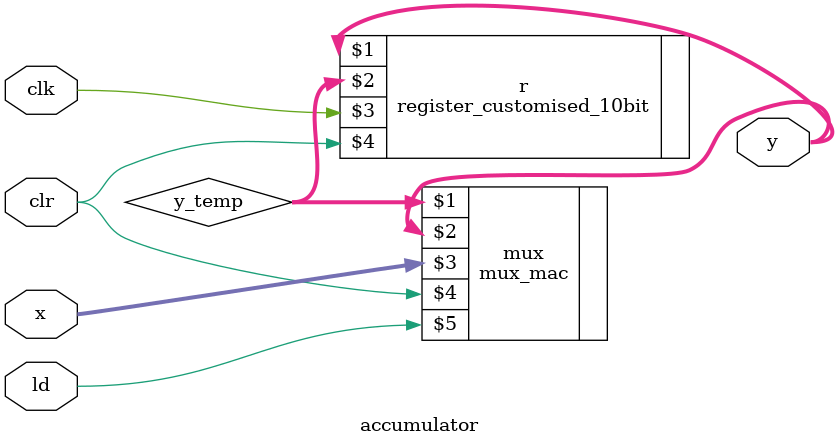
<source format=v>
module MAC(w,x,o,clk,load,clear);
  input[3:0]w,x;                               // 4-bit input values which have to be multiplied and accumulated
  input clk;                                   // clock input
  input clear;                                 // clear signal to clear the accumulator
  input load;                                  // load signal to load the accumulator
  wire[7:0] mulw;                              // wire for output of multiplier module. multiplication of two 4-bit values will result in an 8-bit output 
  output [9:0] o;                              // output of MAC. maximum bit size of output  for our design can be 10-bits(15X15+15X15+15X15)
  accumulator A(mulw,o,clear,clk,load);        // accumuluator module defined below is instantiated
  multiplier M(w,x,mulw);                      // a 4-bit multiplier is instantiated
endmodule  



module accumulator(x,y,clr,clk,ld);
  input[7:0] x;                                   //input value to be accumulated
  output [9:0] y;                                 //output for accumulated value
  wire[9:0] y_temp;                               // intermediate wire required for mux_mac module
  input clr,clk,ld;                               // clear, clock and load input signals
  mux_mac mux(y_temp,y,x,clr,ld);                 // mux_mac module instantiated to accumulate the value only if load signal is high,and if clear is high then outputs 0
  register_customised_10bit r(y,y_temp,clk,clr);  // accumulating the value at every negative edge of clock
  
endmodule



</source>
